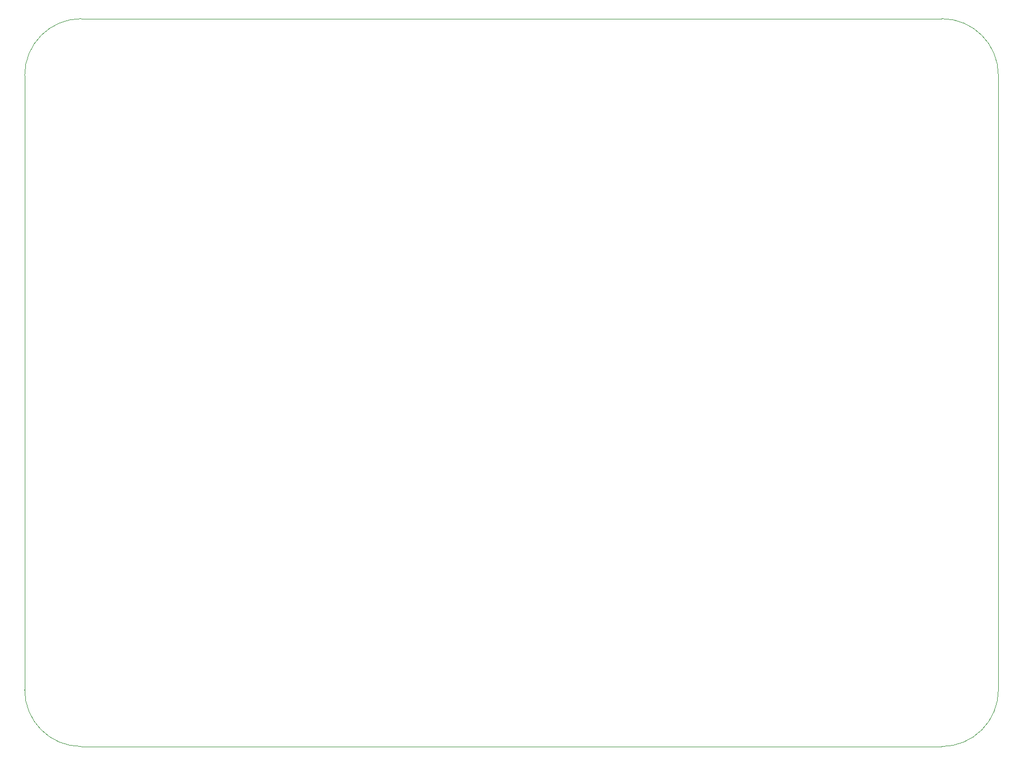
<source format=gbr>
%TF.GenerationSoftware,KiCad,Pcbnew,7.0.7*%
%TF.CreationDate,2024-02-07T15:25:18-06:00*%
%TF.ProjectId,stm32f429z,73746d33-3266-4343-9239-7a2e6b696361,rev?*%
%TF.SameCoordinates,Original*%
%TF.FileFunction,Profile,NP*%
%FSLAX46Y46*%
G04 Gerber Fmt 4.6, Leading zero omitted, Abs format (unit mm)*
G04 Created by KiCad (PCBNEW 7.0.7) date 2024-02-07 15:25:18*
%MOMM*%
%LPD*%
G01*
G04 APERTURE LIST*
%TA.AperFunction,Profile*%
%ADD10C,0.100000*%
%TD*%
G04 APERTURE END LIST*
D10*
X76900000Y-150911250D02*
X212155000Y-150911250D01*
X221045000Y-142021250D02*
X221045000Y-45501250D01*
X68009950Y-142021250D02*
G75*
G03*
X76900000Y-150911250I8890050J50D01*
G01*
X76900000Y-36611250D02*
G75*
G03*
X68010000Y-45501250I0J-8890000D01*
G01*
X212155000Y-36611250D02*
X76900000Y-36611250D01*
X212155000Y-150911250D02*
G75*
G03*
X221045000Y-142021250I0J8890000D01*
G01*
X68010000Y-142021250D02*
X68010000Y-45501250D01*
X221045050Y-45501250D02*
G75*
G03*
X212155000Y-36611250I-8890050J-50D01*
G01*
M02*

</source>
